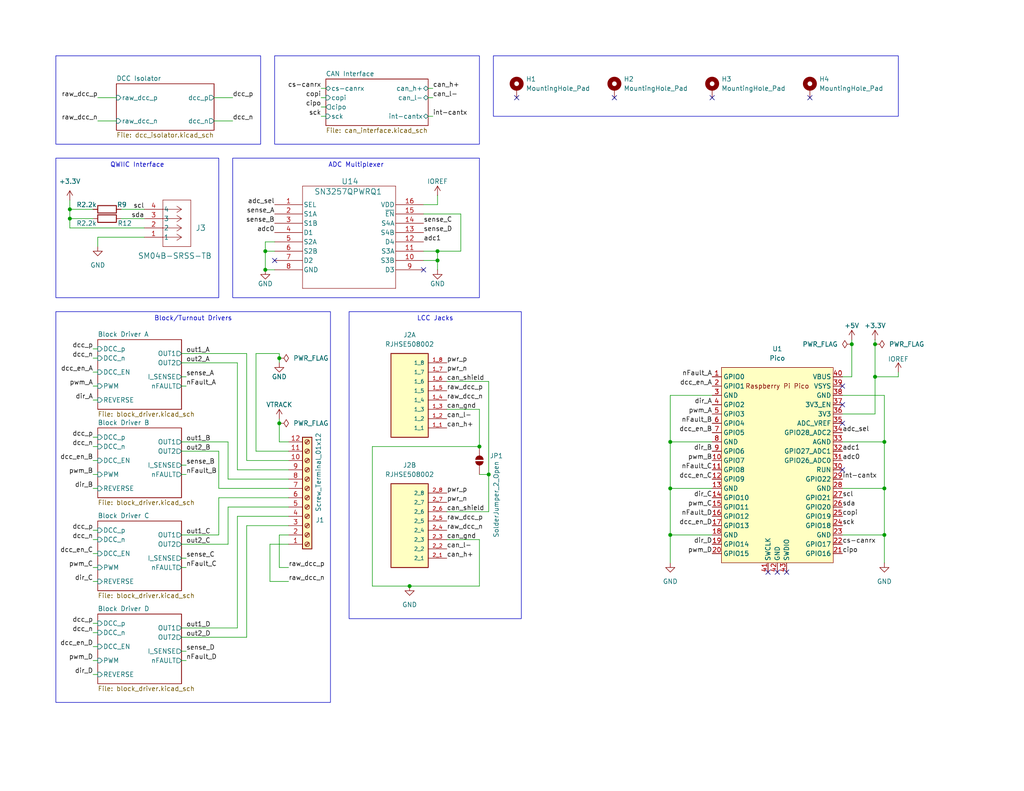
<source format=kicad_sch>
(kicad_sch (version 20231120) (generator "eeschema") (generator_version "8.0")
  (paper "USLetter")
  (title_block (title "Raspberry Pi Pico LCC Block Card") (date "2025-01-09") (rev "1") (company "TMRC") (comment 1 "Noah Paladino"))
  (lib_symbols
    (symbol "Connector:Screw_Terminal_01x12" (pin_names (offset 1.016) hide)
      (property "Reference" "J" (at 0 15.24 0))
      (property "Value" "Screw_Terminal_01x12" (at 0 -17.78 0))
      (symbol "Screw_Terminal_01x12_1_1"
        (rectangle (start -1.27 13.97) (end 1.27 -16.51) (stroke (width 0.254)) (fill (type background)))
        (circle (center 0 -15.24) (radius 0.635) (stroke (width 0.1524)))
        (circle (center 0 -12.7) (radius 0.635) (stroke (width 0.1524)))
        (circle (center 0 -10.16) (radius 0.635) (stroke (width 0.1524)))
        (circle (center 0 -7.62) (radius 0.635) (stroke (width 0.1524)))
        (circle (center 0 -5.08) (radius 0.635) (stroke (width 0.1524)))
        (circle (center 0 -2.54) (radius 0.635) (stroke (width 0.1524)))
        (polyline (pts (xy -0.5334 -14.9098) (xy 0.3302 -15.748)) (stroke (width 0.1524)))
        (polyline (pts (xy -0.5334 -12.3698) (xy 0.3302 -13.208)) (stroke (width 0.1524)))
        (polyline (pts (xy -0.5334 -9.8298) (xy 0.3302 -10.668)) (stroke (width 0.1524)))
        (polyline (pts (xy -0.5334 -7.2898) (xy 0.3302 -8.128)) (stroke (width 0.1524)))
        (polyline (pts (xy -0.5334 -4.7498) (xy 0.3302 -5.588)) (stroke (width 0.1524)))
        (polyline (pts (xy -0.5334 -2.2098) (xy 0.3302 -3.048)) (stroke (width 0.1524)))
        (polyline (pts (xy -0.5334 0.3302) (xy 0.3302 -0.508)) (stroke (width 0.1524)))
        (polyline (pts (xy -0.5334 2.8702) (xy 0.3302 2.032)) (stroke (width 0.1524)))
        (polyline (pts (xy -0.5334 5.4102) (xy 0.3302 4.572)) (stroke (width 0.1524)))
        (polyline (pts (xy -0.5334 7.9502) (xy 0.3302 7.112)) (stroke (width 0.1524)))
        (polyline (pts (xy -0.5334 10.4902) (xy 0.3302 9.652)) (stroke (width 0.1524)))
        (polyline (pts (xy -0.5334 13.0302) (xy 0.3302 12.192)) (stroke (width 0.1524)))
        (polyline (pts (xy -0.3556 -14.732) (xy 0.508 -15.5702)) (stroke (width 0.1524)))
        (polyline (pts (xy -0.3556 -12.192) (xy 0.508 -13.0302)) (stroke (width 0.1524)))
        (polyline (pts (xy -0.3556 -9.652) (xy 0.508 -10.4902)) (stroke (width 0.1524)))
        (polyline (pts (xy -0.3556 -7.112) (xy 0.508 -7.9502)) (stroke (width 0.1524)))
        (polyline (pts (xy -0.3556 -4.572) (xy 0.508 -5.4102)) (stroke (width 0.1524)))
        (polyline (pts (xy -0.3556 -2.032) (xy 0.508 -2.8702)) (stroke (width 0.1524)))
        (polyline (pts (xy -0.3556 0.508) (xy 0.508 -0.3302)) (stroke (width 0.1524)))
        (polyline (pts (xy -0.3556 3.048) (xy 0.508 2.2098)) (stroke (width 0.1524)))
        (polyline (pts (xy -0.3556 5.588) (xy 0.508 4.7498)) (stroke (width 0.1524)))
        (polyline (pts (xy -0.3556 8.128) (xy 0.508 7.2898)) (stroke (width 0.1524)))
        (polyline (pts (xy -0.3556 10.668) (xy 0.508 9.8298)) (stroke (width 0.1524)))
        (polyline (pts (xy -0.3556 13.208) (xy 0.508 12.3698)) (stroke (width 0.1524)))
        (circle (center 0 0) (radius 0.635) (stroke (width 0.1524)))
        (circle (center 0 2.54) (radius 0.635) (stroke (width 0.1524)))
        (circle (center 0 5.08) (radius 0.635) (stroke (width 0.1524)))
        (circle (center 0 7.62) (radius 0.635) (stroke (width 0.1524)))
        (circle (center 0 10.16) (radius 0.635) (stroke (width 0.1524)))
        (circle (center 0 12.7) (radius 0.635) (stroke (width 0.1524)))
        (pin passive line (at -5.08 12.7 0) (length 3.81) (name "Pin_1") (number "1"))
        (pin passive line (at -5.08 -10.16 0) (length 3.81) (name "Pin_10") (number "10"))
        (pin passive line (at -5.08 -12.7 0) (length 3.81) (name "Pin_11") (number "11"))
        (pin passive line (at -5.08 -15.24 0) (length 3.81) (name "Pin_12") (number "12"))
        (pin passive line (at -5.08 10.16 0) (length 3.81) (name "Pin_2") (number "2"))
        (pin passive line (at -5.08 7.62 0) (length 3.81) (name "Pin_3") (number "3"))
        (pin passive line (at -5.08 5.08 0) (length 3.81) (name "Pin_4") (number "4"))
        (pin passive line (at -5.08 2.54 0) (length 3.81) (name "Pin_5") (number "5"))
        (pin passive line (at -5.08 0 0) (length 3.81) (name "Pin_6") (number "6"))
        (pin passive line (at -5.08 -2.54 0) (length 3.81) (name "Pin_7") (number "7"))
        (pin passive line (at -5.08 -5.08 0) (length 3.81) (name "Pin_8") (number "8"))
        (pin passive line (at -5.08 -7.62 0) (length 3.81) (name "Pin_9") (number "9"))
      )
    )
    (symbol "Device:R" (pin_numbers hide) (pin_names (offset 0))
      (property "Reference" "R" (at 2.032 0 90))
      (property "Value" "R" (at 0 0 90))
      (symbol "R_0_1"
        (rectangle (start -1.016 -2.54) (end 1.016 2.54) (stroke (width 0.254)))
      )
      (symbol "R_1_1"
        (pin passive line (at 0 3.81 270) (length 1.27) (name "~") (number "1"))
        (pin passive line (at 0 -3.81 90) (length 1.27) (name "~") (number "2"))
      )
    )
    (symbol "Jumper:SolderJumper_2_Open" (pin_numbers hide) (pin_names (offset 0) hide) (exclude_from_sim yes) (in_bom no)
      (property "Reference" "JP" (at 0 2.032 0))
      (property "Value" "SolderJumper_2_Open" (at 0 -2.54 0))
      (symbol "SolderJumper_2_Open_0_1"
        (arc (start -0.254 1.016) (mid -1.2656 0) (end -0.254 -1.016))
        (arc (start -0.254 1.016) (mid -1.2656 0) (end -0.254 -1.016) (fill (type outline)))
        (polyline (pts (xy -0.254 1.016) (xy -0.254 -1.016)))
        (polyline (pts (xy 0.254 1.016) (xy 0.254 -1.016)))
        (arc (start 0.254 -1.016) (mid 1.2656 0) (end 0.254 1.016))
        (arc (start 0.254 -1.016) (mid 1.2656 0) (end 0.254 1.016) (fill (type outline)))
      )
      (symbol "SolderJumper_2_Open_1_1"
        (pin passive line (at -3.81 0 0) (length 2.54) (name "A") (number "1"))
        (pin passive line (at 3.81 0 180) (length 2.54) (name "B") (number "2"))
      )
    )
    (symbol "MCU_RaspberryPi_and_Boards:Pico"
      (property "Reference" "U" (at -13.97 27.94 0))
      (property "Value" "Pico" (at 0 19.05 0))
      (symbol "Pico_0_0"
        (text "Raspberry Pi Pico" (at 0 21.59 0) (effects (font (size 1.27 1.27))))
      )
      (symbol "Pico_0_1"
        (rectangle (start -15.24 26.67) (end 15.24 -26.67) (fill (type background)))
      )
      (symbol "Pico_1_1"
        (pin bidirectional line (at -17.78 24.13 0) (length 2.54) (name "GPIO0") (number "1"))
        (pin bidirectional line (at -17.78 1.27 0) (length 2.54) (name "GPIO7") (number "10"))
        (pin bidirectional line (at -17.78 -1.27 0) (length 2.54) (name "GPIO8") (number "11"))
        (pin bidirectional line (at -17.78 -3.81 0) (length 2.54) (name "GPIO9") (number "12"))
        (pin power_in line (at -17.78 -6.35 0) (length 2.54) (name "GND") (number "13"))
        (pin bidirectional line (at -17.78 -8.89 0) (length 2.54) (name "GPIO10") (number "14"))
        (pin bidirectional line (at -17.78 -11.43 0) (length 2.54) (name "GPIO11") (number "15"))
        (pin bidirectional line (at -17.78 -13.97 0) (length 2.54) (name "GPIO12") (number "16"))
        (pin bidirectional line (at -17.78 -16.51 0) (length 2.54) (name "GPIO13") (number "17"))
        (pin power_in line (at -17.78 -19.05 0) (length 2.54) (name "GND") (number "18"))
        (pin bidirectional line (at -17.78 -21.59 0) (length 2.54) (name "GPIO14") (number "19"))
        (pin bidirectional line (at -17.78 21.59 0) (length 2.54) (name "GPIO1") (number "2"))
        (pin bidirectional line (at -17.78 -24.13 0) (length 2.54) (name "GPIO15") (number "20"))
        (pin bidirectional line (at 17.78 -24.13 180) (length 2.54) (name "GPIO16") (number "21"))
        (pin bidirectional line (at 17.78 -21.59 180) (length 2.54) (name "GPIO17") (number "22"))
        (pin power_in line (at 17.78 -19.05 180) (length 2.54) (name "GND") (number "23"))
        (pin bidirectional line (at 17.78 -16.51 180) (length 2.54) (name "GPIO18") (number "24"))
        (pin bidirectional line (at 17.78 -13.97 180) (length 2.54) (name "GPIO19") (number "25"))
        (pin bidirectional line (at 17.78 -11.43 180) (length 2.54) (name "GPIO20") (number "26"))
        (pin bidirectional line (at 17.78 -8.89 180) (length 2.54) (name "GPIO21") (number "27"))
        (pin power_in line (at 17.78 -6.35 180) (length 2.54) (name "GND") (number "28"))
        (pin bidirectional line (at 17.78 -3.81 180) (length 2.54) (name "GPIO22") (number "29"))
        (pin power_in line (at -17.78 19.05 0) (length 2.54) (name "GND") (number "3"))
        (pin input line (at 17.78 -1.27 180) (length 2.54) (name "RUN") (number "30"))
        (pin bidirectional line (at 17.78 1.27 180) (length 2.54) (name "GPIO26_ADC0") (number "31"))
        (pin bidirectional line (at 17.78 3.81 180) (length 2.54) (name "GPIO27_ADC1") (number "32"))
        (pin power_in line (at 17.78 6.35 180) (length 2.54) (name "AGND") (number "33"))
        (pin bidirectional line (at 17.78 8.89 180) (length 2.54) (name "GPIO28_ADC2") (number "34"))
        (pin power_in line (at 17.78 11.43 180) (length 2.54) (name "ADC_VREF") (number "35"))
        (pin power_in line (at 17.78 13.97 180) (length 2.54) (name "3V3") (number "36"))
        (pin input line (at 17.78 16.51 180) (length 2.54) (name "3V3_EN") (number "37"))
        (pin bidirectional line (at 17.78 19.05 180) (length 2.54) (name "GND") (number "38"))
        (pin power_in line (at 17.78 21.59 180) (length 2.54) (name "VSYS") (number "39"))
        (pin bidirectional line (at -17.78 16.51 0) (length 2.54) (name "GPIO2") (number "4"))
        (pin power_in line (at 17.78 24.13 180) (length 2.54) (name "VBUS") (number "40"))
        (pin input line (at -2.54 -29.21 90) (length 2.54) (name "SWCLK") (number "41"))
        (pin power_in line (at 0 -29.21 90) (length 2.54) (name "GND") (number "42"))
        (pin bidirectional line (at 2.54 -29.21 90) (length 2.54) (name "SWDIO") (number "43"))
        (pin bidirectional line (at -17.78 13.97 0) (length 2.54) (name "GPIO3") (number "5"))
        (pin bidirectional line (at -17.78 11.43 0) (length 2.54) (name "GPIO4") (number "6"))
        (pin bidirectional line (at -17.78 8.89 0) (length 2.54) (name "GPIO5") (number "7"))
        (pin power_in line (at -17.78 6.35 0) (length 2.54) (name "GND") (number "8"))
        (pin bidirectional line (at -17.78 3.81 0) (length 2.54) (name "GPIO6") (number "9"))
      )
    )
    (symbol "Mechanical:MountingHole_Pad" (pin_numbers hide) (pin_names (offset 1.016) hide) (exclude_from_sim yes) (in_bom no)
      (property "Reference" "H" (at 0 6.35 0))
      (property "Value" "MountingHole_Pad" (at 0 4.445 0))
      (symbol "MountingHole_Pad_0_1"
        (circle (center 0 1.27) (radius 1.27) (stroke (width 1.27)))
      )
      (symbol "MountingHole_Pad_1_1"
        (pin input line (at 0 -2.54 90) (length 2.54) (name "1") (number "1"))
      )
    )
    (symbol "RJHSE508002:RJHSE508002" (pin_names (offset 1.016))
      (property "Reference" "J" (at -5.08 12.7 0))
      (property "Value" "RJHSE508002" (at -5.08 -15.24 0))
      (symbol "RJHSE508002_1_0"
        (rectangle (start -5.08 -12.7) (end 5.08 10.16) (stroke (width 0.254)) (fill (type background)))
        (pin passive line (at -10.16 7.62 0) (length 5.08) (name "1_1") (number "1_1"))
        (pin passive line (at -10.16 5.08 0) (length 5.08) (name "1_2") (number "1_2"))
        (pin passive line (at -10.16 2.54 0) (length 5.08) (name "1_3") (number "1_3"))
        (pin passive line (at -10.16 0 0) (length 5.08) (name "1_4") (number "1_4"))
        (pin passive line (at -10.16 -2.54 0) (length 5.08) (name "1_5") (number "1_5"))
        (pin passive line (at -10.16 -5.08 0) (length 5.08) (name "1_6") (number "1_6"))
        (pin passive line (at -10.16 -7.62 0) (length 5.08) (name "1_7") (number "1_7"))
        (pin passive line (at -10.16 -10.16 0) (length 5.08) (name "1_8") (number "1_8"))
      )
      (symbol "RJHSE508002_2_0"
        (rectangle (start -5.08 -12.7) (end 5.08 10.16) (stroke (width 0.254)) (fill (type background)))
        (pin passive line (at -10.16 7.62 0) (length 5.08) (name "2_1") (number "2_1"))
        (pin passive line (at -10.16 5.08 0) (length 5.08) (name "2_2") (number "2_2"))
        (pin passive line (at -10.16 2.54 0) (length 5.08) (name "2_3") (number "2_3"))
        (pin passive line (at -10.16 0 0) (length 5.08) (name "2_4") (number "2_4"))
        (pin passive line (at -10.16 -2.54 0) (length 5.08) (name "2_5") (number "2_5"))
        (pin passive line (at -10.16 -5.08 0) (length 5.08) (name "2_6") (number "2_6"))
        (pin passive line (at -10.16 -7.62 0) (length 5.08) (name "2_7") (number "2_7"))
        (pin passive line (at -10.16 -10.16 0) (length 5.08) (name "2_8") (number "2_8"))
      )
    )
    (symbol "SM04B_SRSS_TB:SM04B-SRSS-TB" (pin_names (offset 0.254))
      (property "Reference" "J" (at 8.89 6.35 0))
      (property "Value" "SM04B-SRSS-TB" (at 0 0 0))
      (symbol "SM04B-SRSS-TB_1_1"
        (polyline (pts (xy 5.08 -10.16) (xy 12.7 -10.16)) (stroke (width 0.127)))
        (polyline (pts (xy 5.08 2.54) (xy 5.08 -10.16)) (stroke (width 0.127)))
        (polyline (pts (xy 10.16 -7.62) (xy 5.08 -7.62)) (stroke (width 0.127)))
        (polyline (pts (xy 10.16 -7.62) (xy 8.89 -8.4667)) (stroke (width 0.127)))
        (polyline (pts (xy 10.16 -7.62) (xy 8.89 -6.7733)) (stroke (width 0.127)))
        (polyline (pts (xy 10.16 -5.08) (xy 5.08 -5.08)) (stroke (width 0.127)))
        (polyline (pts (xy 10.16 -5.08) (xy 8.89 -5.9267)) (stroke (width 0.127)))
        (polyline (pts (xy 10.16 -5.08) (xy 8.89 -4.2333)) (stroke (width 0.127)))
        (polyline (pts (xy 10.16 -2.54) (xy 5.08 -2.54)) (stroke (width 0.127)))
        (polyline (pts (xy 10.16 -2.54) (xy 8.89 -3.3867)) (stroke (width 0.127)))
        (polyline (pts (xy 10.16 -2.54) (xy 8.89 -1.6933)) (stroke (width 0.127)))
        (polyline (pts (xy 10.16 0) (xy 5.08 0)) (stroke (width 0.127)))
        (polyline (pts (xy 10.16 0) (xy 8.89 -0.8467)) (stroke (width 0.127)))
        (polyline (pts (xy 10.16 0) (xy 8.89 0.8467)) (stroke (width 0.127)))
        (polyline (pts (xy 12.7 -10.16) (xy 12.7 2.54)) (stroke (width 0.127)))
        (polyline (pts (xy 12.7 2.54) (xy 5.08 2.54)) (stroke (width 0.127)))
        (pin unspecified line (at 0 0 0) (length 5.08) (name "1") (number "1"))
        (pin unspecified line (at 0 -2.54 0) (length 5.08) (name "2") (number "2"))
        (pin unspecified line (at 0 -5.08 0) (length 5.08) (name "3") (number "3"))
        (pin unspecified line (at 0 -7.62 0) (length 5.08) (name "4") (number "4"))
      )
      (symbol "SM04B-SRSS-TB_1_2"
        (polyline (pts (xy 5.08 -10.16) (xy 12.7 -10.16)) (stroke (width 0.127)))
        (polyline (pts (xy 5.08 2.54) (xy 5.08 -10.16)) (stroke (width 0.127)))
        (polyline (pts (xy 7.62 -7.62) (xy 5.08 -7.62)) (stroke (width 0.127)))
        (polyline (pts (xy 7.62 -7.62) (xy 8.89 -8.4667)) (stroke (width 0.127)))
        (polyline (pts (xy 7.62 -7.62) (xy 8.89 -6.7733)) (stroke (width 0.127)))
        (polyline (pts (xy 7.62 -5.08) (xy 5.08 -5.08)) (stroke (width 0.127)))
        (polyline (pts (xy 7.62 -5.08) (xy 8.89 -5.9267)) (stroke (width 0.127)))
        (polyline (pts (xy 7.62 -5.08) (xy 8.89 -4.2333)) (stroke (width 0.127)))
        (polyline (pts (xy 7.62 -2.54) (xy 5.08 -2.54)) (stroke (width 0.127)))
        (polyline (pts (xy 7.62 -2.54) (xy 8.89 -3.3867)) (stroke (width 0.127)))
        (polyline (pts (xy 7.62 -2.54) (xy 8.89 -1.6933)) (stroke (width 0.127)))
        (polyline (pts (xy 7.62 0) (xy 5.08 0)) (stroke (width 0.127)))
        (polyline (pts (xy 7.62 0) (xy 8.89 -0.8467)) (stroke (width 0.127)))
        (polyline (pts (xy 7.62 0) (xy 8.89 0.8467)) (stroke (width 0.127)))
        (polyline (pts (xy 12.7 -10.16) (xy 12.7 2.54)) (stroke (width 0.127)))
        (polyline (pts (xy 12.7 2.54) (xy 5.08 2.54)) (stroke (width 0.127)))
        (pin unspecified line (at 0 0 0) (length 5.08) (name "1") (number "1"))
        (pin unspecified line (at 0 -2.54 0) (length 5.08) (name "2") (number "2"))
        (pin unspecified line (at 0 -5.08 0) (length 5.08) (name "3") (number "3"))
        (pin unspecified line (at 0 -7.62 0) (length 5.08) (name "4") (number "4"))
      )
    )
    (symbol "SN3257QPWRQ1:SN3257QPWRQ1" (pin_names (offset 0.254))
      (property "Reference" "U" (at 20.32 10.16 0))
      (property "Value" "SN3257QPWRQ1" (at 20.32 7.62 0))
      (symbol "SN3257QPWRQ1_0_1"
        (polyline (pts (xy 7.62 -22.86) (xy 33.02 -22.86)) (stroke (width 0.127)))
        (polyline (pts (xy 7.62 5.08) (xy 7.62 -22.86)) (stroke (width 0.127)))
        (polyline (pts (xy 33.02 -22.86) (xy 33.02 5.08)) (stroke (width 0.127)))
        (polyline (pts (xy 33.02 5.08) (xy 7.62 5.08)) (stroke (width 0.127)))
        (pin input line (at 0 0 0) (length 7.62) (name "SEL") (number "1"))
        (pin power_in line (at 40.64 0 180) (length 7.62) (name "VDD") (number "16"))
        (pin bidirectional line (at 0 -7.62 0) (length 7.62) (name "D1") (number "4"))
        (pin bidirectional line (at 0 -10.16 0) (length 7.62) (name "S2A") (number "5"))
        (pin bidirectional line (at 0 -12.7 0) (length 7.62) (name "S2B") (number "6"))
        (pin bidirectional line (at 0 -15.24 0) (length 7.62) (name "D2") (number "7"))
        (pin power_in line (at 0 -17.78 0) (length 7.62) (name "GND") (number "8"))
      )
      (symbol "SN3257QPWRQ1_1_1"
        (pin bidirectional line (at 40.64 -15.24 180) (length 7.62) (name "S3B") (number "10"))
        (pin bidirectional line (at 40.64 -12.7 180) (length 7.62) (name "S3A") (number "11"))
        (pin bidirectional line (at 40.64 -10.16 180) (length 7.62) (name "D4") (number "12"))
        (pin bidirectional line (at 40.64 -7.62 180) (length 7.62) (name "S4B") (number "13"))
        (pin bidirectional line (at 40.64 -5.08 180) (length 7.62) (name "S4A") (number "14"))
        (pin input line (at 40.64 -2.54 180) (length 7.62) (name "~{EN}") (number "15"))
        (pin bidirectional line (at 0 -2.54 0) (length 7.62) (name "S1A") (number "2"))
        (pin bidirectional line (at 0 -5.08 0) (length 7.62) (name "S1B") (number "3"))
        (pin bidirectional line (at 40.64 -17.78 180) (length 7.62) (name "D3") (number "9"))
      )
    )
    (symbol "power:+3.3V" (power) (pin_numbers hide) (pin_names (offset 0) hide)
      (property "Value" "+3.3V" (at 0 3.556 0))
      (symbol "+3.3V_0_1"
        (polyline (pts (xy -0.762 1.27) (xy 0 2.54)))
        (polyline (pts (xy 0 0) (xy 0 2.54)))
        (polyline (pts (xy 0 2.54) (xy 0.762 1.27)))
      )
      (symbol "+3.3V_1_1"
        (pin power_in line (at 0 0 90) (length 0) (name "~") (number "1"))
      )
    )
    (symbol "power:+5V" (power) (pin_numbers hide) (pin_names (offset 0) hide)
      (property "Value" "+5V" (at 0 3.556 0))
      (symbol "+5V_0_1"
        (polyline (pts (xy -0.762 1.27) (xy 0 2.54)))
        (polyline (pts (xy 0 0) (xy 0 2.54)))
        (polyline (pts (xy 0 2.54) (xy 0.762 1.27)))
      )
      (symbol "+5V_1_1"
        (pin power_in line (at 0 0 90) (length 0) (name "~") (number "1"))
      )
    )
    (symbol "power:GND" (power) (pin_numbers hide) (pin_names (offset 0) hide)
      (property "Value" "GND" (at 0 -3.81 0))
      (symbol "GND_0_1"
        (polyline (pts (xy 0 0) (xy 0 -1.27) (xy 1.27 -1.27) (xy 0 -2.54) (xy -1.27 -1.27) (xy 0 -1.27)))
      )
      (symbol "GND_1_1"
        (pin power_in line (at 0 0 270) (length 0) (name "~") (number "1"))
      )
    )
    (symbol "power:PWR_FLAG" (power) (pin_numbers hide) (pin_names (offset 0) hide)
      (property "Value" "PWR_FLAG" (at 0 3.81 0))
      (symbol "PWR_FLAG_0_0"
        (pin power_out line (at 0 0 90) (length 0) (name "~") (number "1"))
      )
      (symbol "PWR_FLAG_0_1"
        (polyline (pts (xy 0 0) (xy 0 1.27) (xy -1.016 1.905) (xy 0 2.54) (xy 1.016 1.905) (xy 0 1.27)))
      )
    )
  )
  (junction (at 19.05 59.69))
  (junction (at 241.3 146.05))
  (junction (at 232.41 93.98))
  (junction (at 130.81 121.92))
  (junction (at 119.38 71.12))
  (junction (at 182.88 146.05))
  (junction (at 19.05 57.15))
  (junction (at 76.2 115.57))
  (junction (at 119.38 68.58))
  (junction (at 238.76 102.87))
  (junction (at 72.39 68.58))
  (junction (at 111.76 160.02))
  (junction (at 241.3 133.35))
  (junction (at 72.39 73.66))
  (junction (at 76.2 97.79))
  (junction (at 238.76 93.98))
  (junction (at 133.35 129.54))
  (junction (at 182.88 120.65))
  (junction (at 182.88 133.35))
  (junction (at 241.3 120.65))
  (no_connect (at 220.98 26.67))
  (no_connect (at 74.93 71.12))
  (no_connect (at 229.87 110.49))
  (no_connect (at 214.63 156.21))
  (no_connect (at 229.87 105.41))
  (no_connect (at 229.87 115.57))
  (no_connect (at 167.64 26.67))
  (no_connect (at 140.97 26.67))
  (no_connect (at 194.31 26.67))
  (no_connect (at 209.55 156.21))
  (no_connect (at 212.09 156.21))
  (no_connect (at 229.87 128.27))
  (no_connect (at 115.57 73.66))
  (wire (pts (xy 25.4 109.22) (xy 26.67 109.22)))
  (wire (pts (xy 238.76 102.87) (xy 238.76 113.03)))
  (wire (pts (xy 49.53 177.8) (xy 50.8 177.8)))
  (wire (pts (xy 67.31 96.52) (xy 67.31 125.73)))
  (wire (pts (xy 49.53 96.52) (xy 67.31 96.52)))
  (wire (pts (xy 182.88 146.05) (xy 182.88 153.67)))
  (wire (pts (xy 62.23 130.81) (xy 78.74 130.81)))
  (wire (pts (xy 25.4 125.73) (xy 26.67 125.73)))
  (wire (pts (xy 49.53 127) (xy 50.8 127)))
  (wire (pts (xy 25.4 184.15) (xy 26.67 184.15)))
  (wire (pts (xy 58.42 26.67) (xy 63.5 26.67)))
  (wire (pts (xy 121.92 139.7) (xy 133.35 139.7)))
  (wire (pts (xy 74.93 73.66) (xy 72.39 73.66)))
  (wire (pts (xy 62.23 148.59) (xy 62.23 138.43)))
  (wire (pts (xy 115.57 68.58) (xy 119.38 68.58)))
  (wire (pts (xy 232.41 92.71) (xy 232.41 93.98)))
  (wire (pts (xy 49.53 154.94) (xy 50.8 154.94)))
  (wire (pts (xy 49.53 173.99) (xy 67.31 173.99)))
  (wire (pts (xy 25.4 101.6) (xy 26.67 101.6)))
  (wire (pts (xy 25.4 172.72) (xy 26.67 172.72)))
  (wire (pts (xy 182.88 120.65) (xy 182.88 133.35)))
  (wire (pts (xy 62.23 120.65) (xy 62.23 130.81)))
  (wire (pts (xy 87.63 31.75) (xy 88.9 31.75)))
  (wire (pts (xy 25.4 154.94) (xy 26.67 154.94)))
  (wire (pts (xy 25.4 180.34) (xy 26.67 180.34)))
  (wire (pts (xy 76.2 96.52) (xy 69.85 96.52)))
  (wire (pts (xy 78.74 148.59) (xy 73.66 148.59)))
  (wire (pts (xy 49.53 120.65) (xy 62.23 120.65)))
  (wire (pts (xy 229.87 113.03) (xy 238.76 113.03)))
  (wire (pts (xy 64.77 140.97) (xy 78.74 140.97)))
  (wire (pts (xy 76.2 96.52) (xy 76.2 97.79)))
  (wire (pts (xy 25.4 151.13) (xy 26.67 151.13)))
  (wire (pts (xy 49.53 129.54) (xy 50.8 129.54)))
  (wire (pts (xy 245.11 102.87) (xy 238.76 102.87)))
  (wire (pts (xy 130.81 111.76) (xy 130.81 121.92)))
  (wire (pts (xy 74.93 66.04) (xy 72.39 66.04)))
  (wire (pts (xy 241.3 146.05) (xy 241.3 153.67)))
  (wire (pts (xy 182.88 133.35) (xy 194.31 133.35)))
  (wire (pts (xy 25.4 119.38) (xy 26.67 119.38)))
  (wire (pts (xy 194.31 107.95) (xy 182.88 107.95)))
  (wire (pts (xy 121.92 104.14) (xy 133.35 104.14)))
  (wire (pts (xy 87.63 26.67) (xy 88.9 26.67)))
  (wire (pts (xy 49.53 171.45) (xy 64.77 171.45)))
  (wire (pts (xy 19.05 57.15) (xy 25.4 57.15)))
  (wire (pts (xy 25.4 147.32) (xy 26.67 147.32)))
  (wire (pts (xy 130.81 129.54) (xy 133.35 129.54)))
  (wire (pts (xy 58.42 33.02) (xy 63.5 33.02)))
  (wire (pts (xy 182.88 133.35) (xy 182.88 146.05)))
  (wire (pts (xy 69.85 96.52) (xy 69.85 123.19)))
  (wire (pts (xy 67.31 125.73) (xy 78.74 125.73)))
  (wire (pts (xy 125.73 58.42) (xy 125.73 68.58)))
  (wire (pts (xy 119.38 53.34) (xy 119.38 55.88)))
  (wire (pts (xy 69.85 123.19) (xy 78.74 123.19)))
  (wire (pts (xy 72.39 68.58) (xy 74.93 68.58)))
  (wire (pts (xy 49.53 99.06) (xy 64.77 99.06)))
  (wire (pts (xy 76.2 146.05) (xy 78.74 146.05)))
  (wire (pts (xy 241.3 133.35) (xy 241.3 146.05)))
  (wire (pts (xy 19.05 59.69) (xy 25.4 59.69)))
  (wire (pts (xy 25.4 133.35) (xy 26.67 133.35)))
  (wire (pts (xy 229.87 102.87) (xy 232.41 102.87)))
  (wire (pts (xy 26.67 26.67) (xy 31.75 26.67)))
  (wire (pts (xy 115.57 55.88) (xy 119.38 55.88)))
  (wire (pts (xy 33.02 59.69) (xy 39.37 59.69)))
  (wire (pts (xy 229.87 107.95) (xy 241.3 107.95)))
  (wire (pts (xy 125.73 68.58) (xy 119.38 68.58)))
  (wire (pts (xy 229.87 146.05) (xy 241.3 146.05)))
  (wire (pts (xy 25.4 95.25) (xy 26.67 95.25)))
  (wire (pts (xy 49.53 180.34) (xy 50.8 180.34)))
  (wire (pts (xy 26.67 64.77) (xy 26.67 67.31)))
  (wire (pts (xy 25.4 144.78) (xy 26.67 144.78)))
  (wire (pts (xy 25.4 129.54) (xy 26.67 129.54)))
  (wire (pts (xy 232.41 93.98) (xy 232.41 102.87)))
  (wire (pts (xy 76.2 97.79) (xy 76.2 99.06)))
  (wire (pts (xy 121.92 111.76) (xy 130.81 111.76)))
  (wire (pts (xy 115.57 71.12) (xy 119.38 71.12)))
  (wire (pts (xy 49.53 102.87) (xy 50.8 102.87)))
  (wire (pts (xy 116.84 24.13) (xy 118.11 24.13)))
  (wire (pts (xy 62.23 138.43) (xy 78.74 138.43)))
  (wire (pts (xy 116.84 31.75) (xy 118.11 31.75)))
  (wire (pts (xy 19.05 54.61) (xy 19.05 57.15)))
  (wire (pts (xy 76.2 115.57) (xy 76.2 120.65)))
  (wire (pts (xy 25.4 158.75) (xy 26.67 158.75)))
  (wire (pts (xy 87.63 24.13) (xy 88.9 24.13)))
  (wire (pts (xy 49.53 146.05) (xy 59.69 146.05)))
  (wire (pts (xy 73.66 158.75) (xy 78.74 158.75)))
  (wire (pts (xy 101.6 121.92) (xy 130.81 121.92)))
  (wire (pts (xy 241.3 107.95) (xy 241.3 120.65)))
  (wire (pts (xy 116.84 26.67) (xy 118.11 26.67)))
  (wire (pts (xy 64.77 128.27) (xy 78.74 128.27)))
  (wire (pts (xy 119.38 68.58) (xy 119.38 71.12)))
  (wire (pts (xy 26.67 33.02) (xy 31.75 33.02)))
  (wire (pts (xy 59.69 133.35) (xy 59.69 123.19)))
  (wire (pts (xy 67.31 143.51) (xy 78.74 143.51)))
  (wire (pts (xy 33.02 57.15) (xy 39.37 57.15)))
  (wire (pts (xy 19.05 59.69) (xy 19.05 62.23)))
  (wire (pts (xy 59.69 135.89) (xy 78.74 135.89)))
  (wire (pts (xy 25.4 121.92) (xy 26.67 121.92)))
  (wire (pts (xy 25.4 176.53) (xy 26.67 176.53)))
  (wire (pts (xy 76.2 120.65) (xy 78.74 120.65)))
  (wire (pts (xy 182.88 146.05) (xy 194.31 146.05)))
  (wire (pts (xy 241.3 120.65) (xy 241.3 133.35)))
  (wire (pts (xy 72.39 68.58) (xy 72.39 73.66)))
  (wire (pts (xy 133.35 129.54) (xy 133.35 139.7)))
  (wire (pts (xy 87.63 29.21) (xy 88.9 29.21)))
  (wire (pts (xy 59.69 123.19) (xy 49.53 123.19)))
  (wire (pts (xy 119.38 71.12) (xy 119.38 73.66)))
  (wire (pts (xy 238.76 92.71) (xy 238.76 93.98)))
  (wire (pts (xy 76.2 114.3) (xy 76.2 115.57)))
  (wire (pts (xy 39.37 62.23) (xy 19.05 62.23)))
  (wire (pts (xy 19.05 57.15) (xy 19.05 59.69)))
  (wire (pts (xy 25.4 97.79) (xy 26.67 97.79)))
  (wire (pts (xy 64.77 99.06) (xy 64.77 128.27)))
  (wire (pts (xy 64.77 171.45) (xy 64.77 140.97)))
  (wire (pts (xy 182.88 107.95) (xy 182.88 120.65)))
  (wire (pts (xy 39.37 64.77) (xy 26.67 64.77)))
  (wire (pts (xy 229.87 133.35) (xy 241.3 133.35)))
  (wire (pts (xy 130.81 160.02) (xy 130.81 147.32)))
  (wire (pts (xy 78.74 154.94) (xy 76.2 154.94)))
  (wire (pts (xy 25.4 105.41) (xy 26.67 105.41)))
  (wire (pts (xy 111.76 160.02) (xy 130.81 160.02)))
  (wire (pts (xy 245.11 101.6) (xy 245.11 102.87)))
  (wire (pts (xy 25.4 170.18) (xy 26.67 170.18)))
  (wire (pts (xy 49.53 105.41) (xy 50.8 105.41)))
  (wire (pts (xy 73.66 148.59) (xy 73.66 158.75)))
  (wire (pts (xy 78.74 133.35) (xy 59.69 133.35)))
  (wire (pts (xy 49.53 152.4) (xy 50.8 152.4)))
  (wire (pts (xy 67.31 173.99) (xy 67.31 143.51)))
  (wire (pts (xy 101.6 121.92) (xy 101.6 160.02)))
  (wire (pts (xy 182.88 120.65) (xy 194.31 120.65)))
  (wire (pts (xy 229.87 120.65) (xy 241.3 120.65)))
  (wire (pts (xy 59.69 146.05) (xy 59.69 135.89)))
  (wire (pts (xy 49.53 148.59) (xy 62.23 148.59)))
  (wire (pts (xy 76.2 146.05) (xy 76.2 154.94)))
  (wire (pts (xy 101.6 160.02) (xy 111.76 160.02)))
  (wire (pts (xy 238.76 93.98) (xy 238.76 102.87)))
  (wire (pts (xy 72.39 66.04) (xy 72.39 68.58)))
  (wire (pts (xy 133.35 104.14) (xy 133.35 129.54)))
  (wire (pts (xy 130.81 147.32) (xy 121.92 147.32)))
  (wire (pts (xy 115.57 58.42) (xy 125.73 58.42)))
  (rectangle (start 134.62 15.24) (end 245.11 31.75))
  (rectangle (start 74.93 15.24) (end 130.81 39.37))
  (text_box "Block/Turnout Drivers" (at 15.24 85.09 0) (size 74.93 106.68) (effects (font (size 1.27 1.27)) (justify top)))
  (text_box "" (at 15.24 15.24 0) (size 55.88 24.13) (effects (font (size 1.27 1.27)) (justify top)))
  (text_box "QWIIC Interface" (at 15.24 43.18 0) (size 44.45 38.1) (effects (font (size 1.27 1.27)) (justify top)))
  (text_box "LCC Jacks" (at 95.25 85.09 0) (size 46.99 83.82) (effects (font (size 1.27 1.27)) (justify top)))
  (text_box "ADC Multiplexer" (at 63.5 43.18 0) (size 67.31 38.1) (effects (font (size 1.27 1.27)) (justify top)))
  (label "pwr_n" (at 121.92 137.16 0))
  (label "dcc_en_A" (at 194.31 105.41 180))
  (label "dir_D" (at 194.31 148.59 180))
  (label "pwm_A" (at 25.4 105.41 180))
  (label "can_l-" (at 121.92 149.86 0))
  (label "dir_A" (at 194.31 110.49 180))
  (label "pwm_C" (at 194.31 138.43 180))
  (label "raw_dcc_n" (at 26.67 33.02 180))
  (label "dir_B" (at 25.4 133.35 180))
  (label "dcc_n" (at 63.5 33.02 0))
  (label "can_h+" (at 121.92 116.84 0))
  (label "dcc_n" (at 25.4 172.72 180))
  (label "cipo" (at 87.63 29.21 180))
  (label "copi" (at 229.87 140.97 0))
  (label "sense_C" (at 50.8 152.4 0))
  (label "nFault_D" (at 50.8 180.34 0))
  (label "raw_dcc_p" (at 26.67 26.67 180))
  (label "raw_dcc_p" (at 78.74 154.94 0))
  (label "can_gnd" (at 121.92 147.32 0))
  (label "sense_A" (at 50.8 102.87 0))
  (label "nFault_D" (at 194.31 140.97 180))
  (label "dcc_en_D" (at 25.4 176.53 180))
  (label "out2_D" (at 50.8 173.99 0))
  (label "sense_B" (at 50.8 127 0))
  (label "dcc_en_B" (at 25.4 125.73 180))
  (label "scl" (at 229.87 135.89 0))
  (label "dir_D" (at 25.4 184.15 180))
  (label "nFault_A" (at 194.31 102.87 180))
  (label "pwm_D" (at 194.31 151.13 180))
  (label "sck" (at 229.87 143.51 0))
  (label "raw_dcc_p" (at 121.92 142.24 0))
  (label "sense_D" (at 50.8 177.8 0))
  (label "dcc_p" (at 25.4 170.18 180))
  (label "pwm_A" (at 194.31 113.03 180))
  (label "adc1" (at 115.57 66.04 0))
  (label "can_h+" (at 121.92 152.4 0))
  (label "pwr_p" (at 121.92 134.62 0))
  (label "dcc_p" (at 25.4 119.38 180))
  (label "can_l-" (at 121.92 114.3 0))
  (label "cs-canrx" (at 229.87 148.59 0))
  (label "pwm_D" (at 25.4 180.34 180))
  (label "sense_C" (at 115.57 60.96 0))
  (label "out2_B" (at 50.8 123.19 0))
  (label "pwm_B" (at 25.4 129.54 180))
  (label "can_shield" (at 121.92 139.7 0))
  (label "dir_B" (at 194.31 123.19 180))
  (label "raw_dcc_p" (at 121.92 106.68 0))
  (label "adc_sel" (at 74.93 55.88 180))
  (label "out2_C" (at 50.8 148.59 0))
  (label "dcc_n" (at 25.4 147.32 180))
  (label "pwr_p" (at 121.92 99.06 0))
  (label "raw_dcc_n" (at 121.92 144.78 0))
  (label "sense_D" (at 115.57 63.5 0))
  (label "sck" (at 87.63 31.75 180))
  (label "scl" (at 39.37 57.15 180))
  (label "adc1" (at 229.87 123.19 0))
  (label "nFault_A" (at 50.8 105.41 0))
  (label "sda" (at 39.37 59.69 180))
  (label "dcc_en_C" (at 25.4 151.13 180))
  (label "dir_C" (at 25.4 158.75 180))
  (label "dcc_n" (at 25.4 97.79 180))
  (label "dcc_p" (at 25.4 95.25 180))
  (label "out1_B" (at 50.8 120.65 0))
  (label "out2_A" (at 50.8 99.06 0))
  (label "cs-canrx" (at 87.63 24.13 180))
  (label "adc0" (at 74.93 63.5 180))
  (label "copi" (at 87.63 26.67 180))
  (label "can_shield" (at 121.92 104.14 0))
  (label "int-cantx" (at 229.87 130.81 0))
  (label "dir_C" (at 194.31 135.89 180))
  (label "pwm_C" (at 25.4 154.94 180))
  (label "dcc_en_C" (at 194.31 130.81 180))
  (label "can_l-" (at 118.11 26.67 0))
  (label "nFault_B" (at 194.31 115.57 180))
  (label "sda" (at 229.87 138.43 0))
  (label "dcc_en_D" (at 194.31 143.51 180))
  (label "nFault_C" (at 194.31 128.27 180))
  (label "dir_A" (at 25.4 109.22 180))
  (label "can_gnd" (at 121.92 111.76 0))
  (label "pwm_B" (at 194.31 125.73 180))
  (label "sense_B" (at 74.93 60.96 180))
  (label "sense_A" (at 74.93 58.42 180))
  (label "pwr_n" (at 121.92 101.6 0))
  (label "dcc_n" (at 25.4 121.92 180))
  (label "out1_A" (at 50.8 96.52 0))
  (label "out1_D" (at 50.8 171.45 0))
  (label "dcc_en_B" (at 194.31 118.11 180))
  (label "dcc_p" (at 25.4 144.78 180))
  (label "nFault_C" (at 50.8 154.94 0))
  (label "adc0" (at 229.87 125.73 0))
  (label "adc_sel" (at 229.87 118.11 0))
  (label "nFault_B" (at 50.8 129.54 0))
  (label "raw_dcc_n" (at 121.92 109.22 0))
  (label "can_h+" (at 118.11 24.13 0))
  (label "dcc_en_A" (at 25.4 101.6 180))
  (label "raw_dcc_n" (at 78.74 158.75 0))
  (label "cipo" (at 229.87 151.13 0))
  (label "dcc_p" (at 63.5 26.67 0))
  (label "out1_C" (at 50.8 146.05 0))
  (label "int-cantx" (at 118.11 31.75 0))
  (symbol (lib_id "Mechanical:MountingHole_Pad") (at 167.64 24.13 0) (unit 1) (exclude_from_sim yes) (in_bom no)
    (property "Reference" "H2" (at 170.18 21.5899 0) (effects (justify left)))
    (property "Value" "MountingHole_Pad" (at 170.18 24.1299 0) (effects (justify left)))
    (property "Footprint" "MountingHole:MountingHole_4.3mm_M4_Pad_Via" (effects (hide yes)))
    (property "Description" "Mounting Hole with connection" (effects (hide yes)))
  )
  (symbol (lib_id "power:+3.3V") (at 119.38 53.34 0) (unit 1)
    (property "Reference" "#PWR052" (effects (hide yes)))
    (property "Value" "IOREF" (at 119.38 49.53 0))
    (property "Description" "Power symbol creates a global label with name \"+3.3V\"" (effects (hide yes)))
  )
  (symbol (lib_id "power:GND") (at 72.39 73.66 0) (unit 1)
    (property "Reference" "#PWR053" (effects (hide yes)))
    (property "Value" "GND" (at 72.39 77.47 0))
    (property "Description" "Power symbol creates a global label with name \"GND\" , ground" (effects (hide yes)))
  )
  (symbol (lib_id "Jumper:SolderJumper_2_Open") (at 130.81 125.73 270) (mirror x) (unit 1) (exclude_from_sim yes) (in_bom no)
    (property "Reference" "JP1" (at 133.604 124.46 90) (effects (justify left)))
    (property "Value" "SolderJumper_2_Open" (at 135.382 146.812 0) (effects (justify left)))
    (property "Footprint" "Jumper:SolderJumper-2_P1.3mm_Open_RoundedPad1.0x1.5mm" (effects (hide yes)))
    (property "Description" "Solder Jumper, 2-pole, open" (effects (hide yes)))
  )
  (symbol (lib_id "power:GND") (at 119.38 73.66 0) (unit 1)
    (property "Reference" "#PWR054" (effects (hide yes)))
    (property "Value" "GND" (at 119.38 77.47 0))
    (property "Description" "Power symbol creates a global label with name \"GND\" , ground" (effects (hide yes)))
  )
  (symbol (lib_id "power:GND") (at 111.76 160.02 0) (unit 1)
    (property "Reference" "#PWR03" (effects (hide yes)))
    (property "Value" "GND" (at 111.76 165.1 0))
    (property "Description" "Power symbol creates a global label with name \"GND\" , ground" (effects (hide yes)))
  )
  (symbol (lib_id "Mechanical:MountingHole_Pad") (at 140.97 24.13 0) (unit 1) (exclude_from_sim yes) (in_bom no)
    (property "Reference" "H1" (at 143.51 21.5899 0) (effects (justify left)))
    (property "Value" "MountingHole_Pad" (at 143.51 24.1299 0) (effects (justify left)))
    (property "Footprint" "MountingHole:MountingHole_4.3mm_M4_Pad_Via" (effects (hide yes)))
    (property "Description" "Mounting Hole with connection" (effects (hide yes)))
  )
  (symbol (lib_id "power:+3.3V") (at 245.11 101.6 0) (unit 1)
    (property "Reference" "#PWR051" (effects (hide yes)))
    (property "Value" "IOREF" (at 245.11 98.044 0))
    (property "Description" "Power symbol creates a global label with name \"+3.3V\"" (effects (hide yes)))
  )
  (symbol (lib_id "RJHSE508002:RJHSE508002") (at 111.76 144.78 180) (unit 2)
    (property "Reference" "J2" (at 111.76 127 0))
    (property "Value" "RJHSE508002" (at 111.76 129.54 0))
    (property "Footprint" "RJHSE508002:AMPHENOL_RJHSE508002" (effects (hide yes)))
    (property "PARTREV" "E" (effects (hide yes)))
    (property "STANDARD" "Manufacturer Recommendations" (effects (hide yes)))
    (property "MAXIMUM_PACKAGE_HEIGHT" "13.21mm" (effects (hide yes)))
    (property "MANUFACTURER" "Amphenol ICC" (effects (hide yes)))
    (property "Manufacturer Part Number" "RJHSE508002" (effects (hide yes)))
  )
  (symbol (lib_id "SN3257QPWRQ1:SN3257QPWRQ1") (at 74.93 55.88 0) (unit 1)
    (property "Reference" "U14" (at 95.504 49.53 0) (effects (font (size 1.524 1.524))))
    (property "Value" "SN3257QPWRQ1" (at 94.996 52.324 0) (effects (font (size 1.524 1.524))))
    (property "Footprint" "SN3257QPWRQ1:SOIC_PRQ1_TEX" (effects (hide yes)))
    (property "Datasheet" "SN3257QPWRQ1" (effects (hide yes)))
  )
  (symbol (lib_id "power:+3.3V") (at 19.05 54.61 0) (unit 1)
    (property "Reference" "#PWR056" (effects (hide yes)))
    (property "Value" "+3.3V" (at 19.05 49.53 0))
    (property "Description" "Power symbol creates a global label with name \"+3.3V\"" (effects (hide yes)))
  )
  (symbol (lib_id "Device:R") (at 29.21 57.15 90) (unit 1)
    (property "Reference" "R9" (at 33.274 55.88 90))
    (property "Value" "R2.2k" (at 23.622 55.88 90))
    (property "Footprint" "Resistor_SMD:R_0805_2012Metric_Pad1.20x1.40mm_HandSolder" (effects (hide yes)))
    (property "Description" "Resistor" (effects (hide yes)))
    (property "Manufacturer Part Number" "ERJ6ENF4702V" (effects (hide yes)))
    (property "MANUFACTURER" "Panasonic" (effects (hide yes)))
  )
  (symbol (lib_id "power:PWR_FLAG") (at 76.2 115.57 270) (mirror x) (unit 1)
    (property "Reference" "#FLG02" (effects (hide yes)))
    (property "Value" "PWR_FLAG" (at 80.01 115.5699 90) (effects (justify left)))
    (property "Description" "Special symbol for telling ERC where power comes from" (effects (hide yes)))
  )
  (symbol (lib_id "power:+3.3V") (at 76.2 114.3 0) (mirror y) (unit 1)
    (property "Reference" "#PWR02" (effects (hide yes)))
    (property "Value" "VTRACK" (at 76.2 110.49 0))
    (property "Description" "Power symbol creates a global label with name \"VTRACK\"" (effects (hide yes)))
  )
  (symbol (lib_id "Mechanical:MountingHole_Pad") (at 220.98 24.13 0) (unit 1) (exclude_from_sim yes) (in_bom no)
    (property "Reference" "H4" (at 223.52 21.5899 0) (effects (justify left)))
    (property "Value" "MountingHole_Pad" (at 223.52 24.1299 0) (effects (justify left)))
    (property "Footprint" "MountingHole:MountingHole_4.3mm_M4_Pad_Via" (effects (hide yes)))
    (property "Description" "Mounting Hole with connection" (effects (hide yes)))
  )
  (symbol (lib_id "power:+3.3V") (at 238.76 92.71 0) (unit 1)
    (property "Reference" "#PWR049" (effects (hide yes)))
    (property "Value" "+3.3V" (at 238.76 88.9 0))
    (property "Description" "Power symbol creates a global label with name \"+3.3V\"" (effects (hide yes)))
  )
  (symbol (lib_id "MCU_RaspberryPi_and_Boards:Pico") (at 212.09 127 0) (unit 1)
    (property "Reference" "U1" (at 212.09 95.25 0))
    (property "Value" "Pico" (at 212.09 97.79 0))
    (property "Footprint" "RPi_Pico:RPi_Pico_SMD_TH" (effects (hide yes)))
  )
  (symbol (lib_id "Device:R") (at 29.21 59.69 90) (mirror x) (unit 1)
    (property "Reference" "R12" (at 34.036 60.96 90))
    (property "Value" "R2.2k" (at 23.622 60.96 90))
    (property "Footprint" "Resistor_SMD:R_0805_2012Metric_Pad1.20x1.40mm_HandSolder" (effects (hide yes)))
    (property "Description" "Resistor" (effects (hide yes)))
    (property "Manufacturer Part Number" "ERJ6ENF4702V" (effects (hide yes)))
    (property "MANUFACTURER" "Panasonic" (effects (hide yes)))
  )
  (symbol (lib_id "Mechanical:MountingHole_Pad") (at 194.31 24.13 0) (unit 1) (exclude_from_sim yes) (in_bom no)
    (property "Reference" "H3" (at 196.85 21.5899 0) (effects (justify left)))
    (property "Value" "MountingHole_Pad" (at 196.85 24.1299 0) (effects (justify left)))
    (property "Footprint" "MountingHole:MountingHole_4.3mm_M4_Pad_Via" (effects (hide yes)))
    (property "Description" "Mounting Hole with connection" (effects (hide yes)))
  )
  (symbol (lib_id "power:PWR_FLAG") (at 76.2 97.79 270) (unit 1)
    (property "Reference" "#FLG01" (effects (hide yes)))
    (property "Value" "PWR_FLAG" (at 80.01 97.7899 90) (effects (justify left)))
    (property "Description" "Special symbol for telling ERC where power comes from" (effects (hide yes)))
  )
  (symbol (lib_id "power:GND") (at 182.88 153.67 0) (unit 1)
    (property "Reference" "#PWR047" (effects (hide yes)))
    (property "Value" "GND" (at 182.88 158.75 0))
    (property "Description" "Power symbol creates a global label with name \"GND\" , ground" (effects (hide yes)))
  )
  (symbol (lib_id "Connector:Screw_Terminal_01x12") (at 83.82 135.89 0) (mirror x) (unit 1)
    (property "Reference" "J1" (at 86.106 141.986 0) (effects (justify left)))
    (property "Value" "Screw_Terminal_01x12" (at 86.868 118.11 90) (effects (justify left)))
    (property "Footprint" "TerminalBlock_Phoenix:TerminalBlock_Phoenix_MKDS-1,5-12_1x12_P5.00mm_Horizontal" (effects (hide yes)))
    (property "Description" "Generic screw terminal, single row, 01x12, script generated (kicad-library-utils/schlib/autogen/connector/)" (effects (hide yes)))
    (property "MANUFACTURER" "Phoenix Contact" (effects (hide yes)))
    (property "Manufacturer Part Number" "1753611" (effects (hide yes)))
  )
  (symbol (lib_id "RJHSE508002:RJHSE508002") (at 111.76 109.22 180) (unit 1)
    (property "Reference" "J2" (at 111.76 91.44 0))
    (property "Value" "RJHSE508002" (at 111.76 93.98 0))
    (property "Footprint" "RJHSE508002:AMPHENOL_RJHSE508002" (effects (hide yes)))
    (property "PARTREV" "E" (effects (hide yes)))
    (property "STANDARD" "Manufacturer Recommendations" (effects (hide yes)))
    (property "MAXIMUM_PACKAGE_HEIGHT" "13.21mm" (effects (hide yes)))
    (property "MANUFACTURER" "Amphenol ICC" (effects (hide yes)))
    (property "Manufacturer Part Number" "RJHSE508002" (effects (hide yes)))
  )
  (symbol (lib_id "power:PWR_FLAG") (at 238.76 93.98 270) (unit 1)
    (property "Reference" "#FLG03" (effects (hide yes)))
    (property "Value" "PWR_FLAG" (at 242.57 93.9799 90) (effects (justify left)))
    (property "Description" "Special symbol for telling ERC where power comes from" (effects (hide yes)))
  )
  (symbol (lib_id "power:GND") (at 241.3 153.67 0) (unit 1)
    (property "Reference" "#PWR048" (effects (hide yes)))
    (property "Value" "GND" (at 241.3 158.75 0))
    (property "Description" "Power symbol creates a global label with name \"GND\" , ground" (effects (hide yes)))
  )
  (symbol (lib_id "SM04B_SRSS_TB:SM04B-SRSS-TB") (at 39.37 64.77 0) (mirror x) (unit 1)
    (property "Reference" "J3" (at 53.34 62.2301 0) (effects (font (size 1.524 1.524)) (justify left)))
    (property "Value" "SM04B-SRSS-TB" (at 37.592 69.85 0) (effects (font (size 1.524 1.524)) (justify left)))
    (property "Footprint" "SM04B_SRSS_TB:CONN_SM04B-SRSS-TB_JST" (effects (hide yes)))
    (property "Datasheet" "SM04B-SRSS-TB" (effects (hide yes)))
  )
  (symbol (lib_id "power:+5V") (at 232.41 92.71 0) (unit 1)
    (property "Reference" "#PWR050" (effects (hide yes)))
    (property "Value" "+5V" (at 232.41 88.9 0))
    (property "Description" "Power symbol creates a global label with name \"+5V\"" (effects (hide yes)))
  )
  (symbol (lib_id "power:GND") (at 26.67 67.31 0) (unit 1)
    (property "Reference" "#PWR055" (effects (hide yes)))
    (property "Value" "GND" (at 26.67 72.39 0))
    (property "Description" "Power symbol creates a global label with name \"GND\" , ground" (effects (hide yes)))
  )
  (symbol (lib_id "power:PWR_FLAG") (at 232.41 93.98 90) (mirror x) (unit 1)
    (property "Reference" "#FLG04" (effects (hide yes)))
    (property "Value" "PWR_FLAG" (at 228.6 93.9799 90) (effects (justify left)))
    (property "Description" "Special symbol for telling ERC where power comes from" (effects (hide yes)))
  )
  (symbol (lib_id "power:GND") (at 76.2 99.06 0) (unit 1)
    (property "Reference" "#PWR01" (effects (hide yes)))
    (property "Value" "GND" (at 76.2 102.87 0))
    (property "Description" "Power symbol creates a global label with name \"GND\" , ground" (effects (hide yes)))
  )
  (sheet (at 26.67 116.84) (size 22.86 19.05) (stroke (width 0.1524))
    (property "Sheetname" "Block Driver B" (at 26.67 116.1284 0) (effects (justify left bottom)))
    (property "Sheetfile" "block_driver.kicad_sch" (at 26.67 136.4746 0) (effects (justify left top)))
    (pin "OUT1" output (at 49.53 120.65 0))
    (pin "OUT2" output (at 49.53 123.19 0))
    (pin "DCC_p" input (at 26.67 119.38 180))
    (pin "REVERSE" input (at 26.67 133.35 180))
    (pin "DCC_EN" input (at 26.67 125.73 180))
    (pin "PWM" input (at 26.67 129.54 180))
    (pin "I_SENSE" output (at 49.53 127 0))
    (pin "DCC_n" input (at 26.67 121.92 180))
    (pin "nFAULT" output (at 49.53 129.54 0))
  )
  (sheet (at 26.67 167.64) (size 22.86 19.05) (stroke (width 0.1524))
    (property "Sheetname" "Block Driver D" (at 26.67 166.9284 0) (effects (justify left bottom)))
    (property "Sheetfile" "block_driver.kicad_sch" (at 26.67 187.2746 0) (effects (justify left top)))
    (pin "OUT1" output (at 49.53 171.45 0))
    (pin "OUT2" output (at 49.53 173.99 0))
    (pin "DCC_p" input (at 26.67 170.18 180))
    (pin "REVERSE" input (at 26.67 184.15 180))
    (pin "DCC_EN" input (at 26.67 176.53 180))
    (pin "PWM" input (at 26.67 180.34 180))
    (pin "I_SENSE" output (at 49.53 177.8 0))
    (pin "DCC_n" input (at 26.67 172.72 180))
    (pin "nFAULT" output (at 49.53 180.34 0))
  )
  (sheet (at 31.75 22.86) (size 26.67 12.7) (stroke (width 0.1524))
    (property "Sheetname" "DCC Isolator" (at 31.75 22.1484 0) (effects (justify left bottom)))
    (property "Sheetfile" "dcc_isolator.kicad_sch" (at 31.75 36.1446 0) (effects (justify left top)))
    (pin "dcc_p" output (at 58.42 26.67 0))
    (pin "raw_dcc_p" input (at 31.75 26.67 180))
    (pin "raw_dcc_n" input (at 31.75 33.02 180))
    (pin "dcc_n" output (at 58.42 33.02 0))
  )
  (sheet (at 88.9 21.59) (size 27.94 12.7) (stroke (width 0.1524))
    (property "Sheetname" "CAN Interface" (at 88.9 20.8784 0) (effects (justify left bottom)))
    (property "Sheetfile" "can_interface.kicad_sch" (at 88.9 34.8746 0) (effects (justify left top)))
    (pin "cs-canrx" bidirectional (at 88.9 24.13 180))
    (pin "copi" input (at 88.9 26.67 180))
    (pin "sck" input (at 88.9 31.75 180))
    (pin "cipo" output (at 88.9 29.21 180))
    (pin "can_h+" bidirectional (at 116.84 24.13 0))
    (pin "can_l-" bidirectional (at 116.84 26.67 0))
    (pin "int-cantx" bidirectional (at 116.84 31.75 0))
  )
  (sheet (at 26.67 142.24) (size 22.86 19.05) (stroke (width 0.1524))
    (property "Sheetname" "Block Driver C" (at 26.67 141.5284 0) (effects (justify left bottom)))
    (property "Sheetfile" "block_driver.kicad_sch" (at 26.67 161.8746 0) (effects (justify left top)))
    (pin "OUT1" output (at 49.53 146.05 0))
    (pin "OUT2" output (at 49.53 148.59 0))
    (pin "DCC_p" input (at 26.67 144.78 180))
    (pin "REVERSE" input (at 26.67 158.75 180))
    (pin "DCC_EN" input (at 26.67 151.13 180))
    (pin "PWM" input (at 26.67 154.94 180))
    (pin "I_SENSE" output (at 49.53 152.4 0))
    (pin "DCC_n" input (at 26.67 147.32 180))
    (pin "nFAULT" output (at 49.53 154.94 0))
  )
  (sheet (at 26.67 92.71) (size 22.86 19.05) (stroke (width 0.1524))
    (property "Sheetname" "Block Driver A" (at 26.67 91.9984 0) (effects (justify left bottom)))
    (property "Sheetfile" "block_driver.kicad_sch" (at 26.67 112.3446 0) (effects (justify left top)))
    (pin "OUT1" output (at 49.53 96.52 0))
    (pin "OUT2" output (at 49.53 99.06 0))
    (pin "DCC_p" input (at 26.67 95.25 180))
    (pin "REVERSE" input (at 26.67 109.22 180))
    (pin "DCC_EN" input (at 26.67 101.6 180))
    (pin "PWM" input (at 26.67 105.41 180))
    (pin "I_SENSE" output (at 49.53 102.87 0))
    (pin "DCC_n" input (at 26.67 97.79 180))
    (pin "nFAULT" output (at 49.53 105.41 0))
  )
)
</source>
